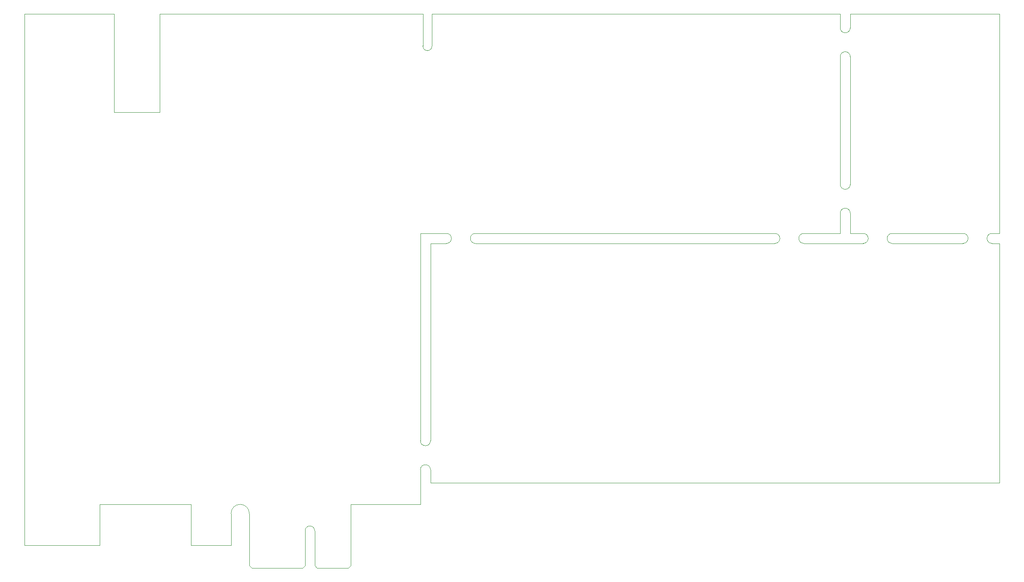
<source format=gbr>
G04 #@! TF.GenerationSoftware,KiCad,Pcbnew,5.99.0-unknown-128ec78~100~ubuntu18.04.1*
G04 #@! TF.CreationDate,2020-01-29T23:00:08+01:00*
G04 #@! TF.ProjectId,fab_v2,6661625f-7632-42e6-9b69-6361645f7063,rev?*
G04 #@! TF.SameCoordinates,PX251ced8PY3683460*
G04 #@! TF.FileFunction,Profile,NP*
%FSLAX46Y46*%
G04 Gerber Fmt 4.6, Leading zero omitted, Abs format (unit mm)*
G04 Created by KiCad (PCBNEW 5.99.0-unknown-128ec78~100~ubuntu18.04.1) date 2020-01-29 23:00:08*
%MOMM*%
%LPD*%
G04 APERTURE LIST*
%ADD10C,0.100000*%
G04 APERTURE END LIST*
D10*
X79298800Y-98420400D02*
X79298800Y-91450000D01*
X90298800Y-44050000D02*
X150298800Y-44050000D01*
X84498800Y-44050000D02*
X79298800Y-44050000D01*
X79298800Y-85650000D02*
X79298800Y-44050000D01*
X195298800Y-94050000D02*
X81298800Y-94050000D01*
X195298800Y-46050000D02*
X195298800Y-94050000D01*
X193800000Y-46050000D02*
X195298800Y-46050000D01*
X156098800Y-46050000D02*
X168000000Y-46050000D01*
X193800000Y-46050000D02*
G75*
G02*
X193800000Y-44050000I0J1000000D01*
G01*
X188000000Y-44050000D02*
G75*
G02*
X188000000Y-46050000I0J-1000000D01*
G01*
X173800000Y-46050000D02*
G75*
G02*
X173800000Y-44050000I0J1000000D01*
G01*
X168000000Y-44050000D02*
G75*
G02*
X168000000Y-46050000I0J-1000000D01*
G01*
X173800000Y-46050000D02*
X188000000Y-46050000D01*
X150298800Y-44050000D02*
G75*
G02*
X150298800Y-46050000I0J-1000000D01*
G01*
X156098800Y-46050000D02*
G75*
G02*
X156098800Y-44050000I0J1000000D01*
G01*
X81298800Y-94050000D02*
X81298800Y-91450000D01*
X81298800Y-85650000D02*
G75*
G02*
X79298800Y-85650000I-1000000J0D01*
G01*
X79298800Y-91450000D02*
G75*
G02*
X81298800Y-91450000I1000000J0D01*
G01*
X81298800Y-46050000D02*
X84498800Y-46050000D01*
X84498800Y-44050000D02*
G75*
G02*
X84498800Y-46050000I0J-1000000D01*
G01*
X90298800Y-46050000D02*
G75*
G02*
X90298800Y-44050000I0J1000000D01*
G01*
X81298800Y-85650000D02*
X81298800Y-46050000D01*
X90298800Y-46050000D02*
X150298800Y-46050000D01*
X165400000Y0D02*
X195298800Y0D01*
X195298800Y-44050000D02*
X195298800Y0D01*
X165400000Y0D02*
X165400000Y-2800000D01*
X163400000Y0D02*
X163400000Y-2800000D01*
X165400000Y-34200000D02*
X165400000Y-8600000D01*
X165400000Y-44050000D02*
X168000000Y-44050000D01*
X165400000Y-40000000D02*
X165400000Y-44050000D01*
X163400000Y-8600000D02*
G75*
G02*
X165400000Y-8600000I1000000J0D01*
G01*
X165400000Y-2800000D02*
G75*
G02*
X163400000Y-2800000I-1000000J0D01*
G01*
X165400000Y-34200000D02*
G75*
G02*
X163400000Y-34200000I-1000000J0D01*
G01*
X163400000Y-40000000D02*
G75*
G02*
X165400000Y-40000000I1000000J0D01*
G01*
X193800000Y-44050000D02*
X195298800Y-44050000D01*
X173800000Y-44050000D02*
X188000000Y-44050000D01*
X156098800Y-44050000D02*
X163400000Y-44050000D01*
X163400000Y-40000000D02*
X163400000Y-44050000D01*
X163400000Y-34200000D02*
X163400000Y-8600000D01*
X81611548Y-6449506D02*
G75*
G02*
X79780208Y-6447000I-915703J-22894D01*
G01*
X79780208Y0D02*
X27051000Y0D01*
X79780208Y0D02*
X79780208Y-6447000D01*
X81611800Y0D02*
X81611548Y-6449506D01*
X17907000Y0D02*
X17907000Y-2891000D01*
X0Y0D02*
X17907000Y0D01*
X17907000Y-19782000D02*
X17907000Y-2891000D01*
X27051000Y-19782000D02*
X17907000Y-19782000D01*
X27051000Y0D02*
X27051000Y-19782000D01*
X65300000Y-98420400D02*
X65300000Y-102750000D01*
X79298800Y-98420400D02*
X65300000Y-98420400D01*
X45008800Y-100223800D02*
X45000000Y-102750000D01*
X81611800Y0D02*
X163400000Y0D01*
X0Y-106650000D02*
X0Y0D01*
X15011400Y-106650000D02*
X0Y-106650000D01*
X15011400Y-98395000D02*
X15011400Y-106650000D01*
X33350200Y-98395000D02*
X15011400Y-98395000D01*
X33350200Y-106650000D02*
X33350200Y-98395000D01*
X41351200Y-106650000D02*
X33350200Y-106650000D01*
X41351200Y-100223800D02*
X41351200Y-106650000D01*
X43180000Y-98395000D02*
G75*
G03*
X41351200Y-100223800I0J-1828800D01*
G01*
X45008800Y-100223800D02*
G75*
G03*
X43180000Y-98395000I-1828800J0D01*
G01*
X56200000Y-103700000D02*
X56200000Y-110650000D01*
X58100000Y-103700000D02*
X58100000Y-110650000D01*
X45000000Y-102750000D02*
X45000000Y-110650000D01*
X45500000Y-111150000D02*
X55700000Y-111150000D01*
X65300000Y-102750000D02*
X65300000Y-110650000D01*
X58600000Y-111150000D02*
X64800000Y-111150000D01*
X45000000Y-110650000D02*
X45500000Y-111150000D01*
X56200000Y-110650000D02*
X55700000Y-111150000D01*
X58100000Y-110650000D02*
X58600000Y-111150000D01*
X65300000Y-110650000D02*
X64800000Y-111150000D01*
X56200000Y-103700000D02*
G75*
G02*
X58100000Y-103700000I950000J0D01*
G01*
M02*

</source>
